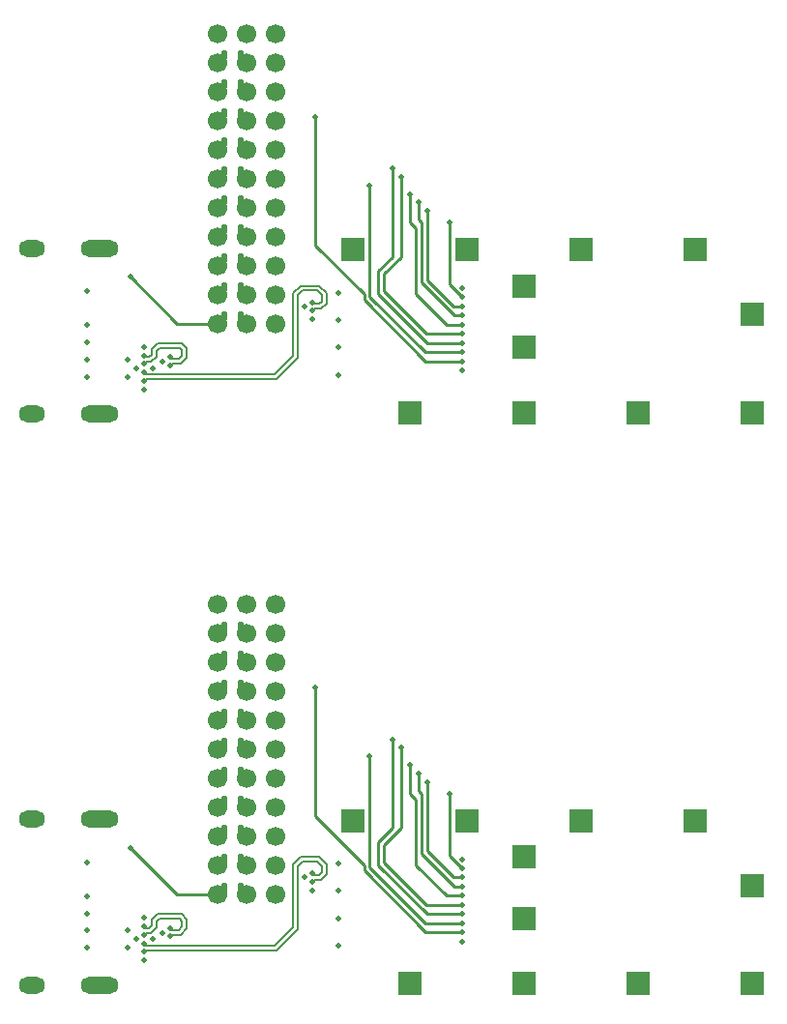
<source format=gbl>
%FSLAX46Y46*%
%MOMM*%
%ADD11C,0.205230*%
%ADD10C,0.250000*%
%AMPS12*
1,1,1.700000,0.000000,0.000000*
%
%ADD12PS12*%
%AMPS13*
1,1,1.700000,0.000000,0.000000*
%
%ADD13PS13*%
%AMPS17*
1,1,1.700000,0.000000,0.000000*
%
%ADD17PS17*%
%AMPS19*
1,1,0.500000,0.000000,0.000000*
%
%ADD19PS19*%
%AMPS15*
21,1,1.800000,1.500000,0.000000,0.000000,0.000000*
1,1,1.500000,0.900000,0.000000*
1,1,1.500000,-0.900000,0.000000*
%
%ADD15PS15*%
%AMPS16*
21,1,0.800000,1.500000,0.000000,0.000000,0.000000*
1,1,1.500000,0.400000,0.000000*
1,1,1.500000,-0.400000,0.000000*
%
%ADD16PS16*%
%AMPS14*
1,1,0.240000,0.130000,0.330000*
1,1,0.240000,-0.130000,-0.330000*
1,1,0.240000,0.130000,-0.330000*
21,1,0.500000,0.660000,0.000000,0.000000,180.000000*
21,1,0.260000,0.900000,0.000000,0.000000,180.000000*
1,1,0.240000,-0.130000,0.330000*
%
%ADD14PS14*%
%AMPS18*
21,1,2.000000,2.000000,0.000000,0.000000,180.000000*
%
%ADD18PS18*%
G01*
%LPD*%
G01*
%LPD*%
D10*
X38985000Y68062500D02*
X33590000Y73457500D01*
D11*
X17645785Y69038369D02*
X17645785Y68542089D01*
D11*
X28174589Y74253285D02*
X27794215Y73872911D01*
D10*
X21310000Y92297500D02*
X21310000Y92182500D01*
D10*
X38090000Y79707500D02*
X37590000Y80207500D01*
D10*
X22810000Y71977500D02*
X22810000Y71862500D01*
D10*
X42190000Y72062500D02*
X41485000Y72062500D01*
D10*
X35340000Y75707500D02*
X36840000Y77207500D01*
D10*
X42190000Y72862500D02*
X41390000Y72862500D01*
D11*
X14495785Y68003285D02*
X14934589Y68003285D01*
D10*
X40785000Y71262500D02*
X38090000Y73957500D01*
D10*
X22810000Y84562500D02*
X23330000Y84042500D01*
D11*
X30294215Y74042089D02*
X29674589Y74661715D01*
D11*
X29090000Y73212500D02*
X29235785Y73066715D01*
D10*
X22810000Y87217500D02*
X22810000Y87102500D01*
D10*
X38340000Y80457500D02*
X38340000Y81957500D01*
D11*
X18054215Y69207547D02*
X18054215Y68372911D01*
D10*
X22810000Y71862500D02*
X23330000Y71342500D01*
D10*
X34090000Y73707500D02*
X38935000Y68862500D01*
D10*
X21310000Y74517500D02*
X21310000Y74402500D01*
D11*
X14495785Y66911715D02*
X14350000Y67057500D01*
D10*
X21310000Y79482500D02*
X20790000Y78962500D01*
D10*
X33590000Y73457500D02*
X33590000Y73957500D01*
D11*
X29235785Y73066715D02*
X29660411Y73066715D01*
D11*
X27794215Y73872911D02*
X27794215Y68335443D01*
D10*
X13100000Y75457500D02*
X17215000Y71342500D01*
D10*
X38590000Y74957500D02*
X38590000Y80207500D01*
D10*
X22810000Y74402500D02*
X23330000Y73882500D01*
D11*
X27794215Y68335443D02*
X25962057Y66503285D01*
D11*
X29505411Y74253285D02*
X28174589Y74253285D01*
D10*
X41390000Y72862500D02*
X39090000Y75162500D01*
D11*
X15002818Y68649122D02*
X15002818Y69149122D01*
D10*
X21310000Y82022500D02*
X20790000Y81502500D01*
D10*
X21310000Y87217500D02*
X21310000Y87102500D01*
D11*
X29090000Y72512500D02*
X29235785Y72658285D01*
D10*
X35340000Y74207500D02*
X35340000Y75707500D01*
D10*
X21310000Y87102500D02*
X20790000Y86582500D01*
D10*
X21310000Y79597500D02*
X21310000Y79482500D01*
D10*
X21310000Y94722500D02*
X20790000Y94202500D01*
D10*
X38935000Y68862500D02*
X42190000Y68862500D01*
D10*
X22810000Y79597500D02*
X22810000Y79482500D01*
D10*
X39085000Y70462500D02*
X35340000Y74207500D01*
D11*
X15411248Y68979944D02*
X15684589Y69253285D01*
D10*
X22810000Y82137500D02*
X22810000Y82022500D01*
D10*
X38590000Y80207500D02*
X38340000Y80457500D01*
D10*
X33590000Y73957500D02*
X29340000Y78207500D01*
D11*
X18054215Y68372911D02*
X17539589Y67858285D01*
D10*
X21310000Y71862500D02*
X20790000Y71342500D01*
D10*
X41090000Y74762500D02*
X42190000Y73662500D01*
D10*
X21310000Y84562500D02*
X20790000Y84042500D01*
D10*
X36840000Y77207500D02*
X36840000Y84207500D01*
D10*
X34840000Y75957500D02*
X36090000Y77207500D01*
D10*
X21310000Y89757500D02*
X21310000Y89642500D01*
D11*
X29660411Y73066715D02*
X29885785Y73292089D01*
D10*
X22810000Y94837500D02*
X22810000Y94722500D01*
D10*
X22810000Y84677500D02*
X22810000Y84562500D01*
D10*
X21310000Y94837500D02*
X21310000Y94722500D01*
D11*
X17600047Y69661715D02*
X18054215Y69207547D01*
D11*
X15515411Y69661715D02*
X17600047Y69661715D01*
D11*
X27385785Y74042089D02*
X27385785Y68512651D01*
D11*
X14350000Y68557500D02*
X14495785Y68411715D01*
D11*
X29235785Y72658285D02*
X29829589Y72658285D01*
D10*
X42190000Y71262500D02*
X40785000Y71262500D01*
D10*
X17215000Y71342500D02*
X20790000Y71342500D01*
D10*
X21310000Y82137500D02*
X21310000Y82022500D01*
D10*
X22810000Y77057500D02*
X22810000Y76942500D01*
D10*
X34090000Y83457500D02*
X34090000Y73707500D01*
D10*
X21310000Y74402500D02*
X20790000Y73882500D01*
D11*
X15002818Y69149122D02*
X15515411Y69661715D01*
D11*
X27385785Y68512651D02*
X25784849Y66911715D01*
D11*
X16745785Y67858285D02*
X16600000Y67712500D01*
D11*
X14495785Y66503285D02*
X14350000Y66357500D01*
D10*
X21310000Y76942500D02*
X20790000Y76422500D01*
D11*
X14350000Y67857500D02*
X14495785Y68003285D01*
D11*
X14934589Y68003285D02*
X15411248Y68479944D01*
D10*
X39135000Y69662500D02*
X34840000Y73957500D01*
D11*
X29829589Y72658285D02*
X30294215Y73122911D01*
D10*
X22810000Y82022500D02*
X23330000Y81502500D01*
D10*
X21310000Y71977500D02*
X21310000Y71862500D01*
D11*
X16745785Y68266715D02*
X16600000Y68412500D01*
D10*
X36090000Y77207500D02*
X36090000Y84957500D01*
D10*
X38090000Y73957500D02*
X38090000Y79707500D01*
D10*
X21310000Y84677500D02*
X21310000Y84562500D01*
D10*
X21310000Y77057500D02*
X21310000Y76942500D01*
D11*
X29674589Y74661715D02*
X28005411Y74661715D01*
D10*
X21310000Y89642500D02*
X20790000Y89122500D01*
D11*
X15684589Y69253285D02*
X17430869Y69253285D01*
D10*
X22810000Y76942500D02*
X23330000Y76422500D01*
D11*
X14495785Y68411715D02*
X14765411Y68411715D01*
D10*
X29340000Y78207500D02*
X29340000Y89457500D01*
D11*
X29885785Y73292089D02*
X29885785Y73872911D01*
D11*
X14765411Y68411715D02*
X15002818Y68649122D01*
D11*
X29885785Y73872911D02*
X29505411Y74253285D01*
D11*
X28005411Y74661715D02*
X27385785Y74042089D01*
D11*
X17430869Y69253285D02*
X17645785Y69038369D01*
D10*
X21310000Y92182500D02*
X20790000Y91662500D01*
D11*
X30294215Y73122911D02*
X30294215Y74042089D01*
D10*
X42190000Y69662500D02*
X39135000Y69662500D01*
D10*
X42190000Y70462500D02*
X39085000Y70462500D01*
D10*
X22810000Y89757500D02*
X22810000Y89642500D01*
D10*
X41090000Y80207500D02*
X41090000Y74762500D01*
D11*
X15411248Y68479944D02*
X15411248Y68979944D01*
D11*
X17539589Y67858285D02*
X16745785Y67858285D01*
D11*
X17370411Y68266715D02*
X16745785Y68266715D01*
D10*
X22810000Y74517500D02*
X22810000Y74402500D01*
D11*
X17645785Y68542089D02*
X17370411Y68266715D01*
D10*
X42190000Y68062500D02*
X38985000Y68062500D01*
D10*
X41485000Y72062500D02*
X38590000Y74957500D01*
D10*
X39090000Y75162500D02*
X39090000Y81207500D01*
D10*
X22810000Y94722500D02*
X23330000Y94202500D01*
D10*
X22810000Y89642500D02*
X23330000Y89122500D01*
D11*
X25784849Y66911715D02*
X14495785Y66911715D01*
D11*
X25962057Y66503285D02*
X14495785Y66503285D01*
D10*
X37590000Y80207500D02*
X37590000Y82707500D01*
D10*
X22810000Y79482500D02*
X23330000Y78962500D01*
D10*
X22810000Y87102500D02*
X23330000Y86582500D01*
D10*
X34840000Y73957500D02*
X34840000Y75957500D01*
D10*
X22810000Y92182500D02*
X23330000Y91662500D01*
D10*
X22810000Y92297500D02*
X22810000Y92182500D01*
D10*
X38985000Y18062500D02*
X33590000Y23457500D01*
D11*
X17645785Y19038369D02*
X17645785Y18542089D01*
D11*
X28174589Y24253285D02*
X27794215Y23872911D01*
D10*
X21310000Y42297500D02*
X21310000Y42182500D01*
D10*
X38090000Y29707500D02*
X37590000Y30207500D01*
D10*
X22810000Y21977500D02*
X22810000Y21862500D01*
D10*
X42190000Y22062500D02*
X41485000Y22062500D01*
D10*
X35340000Y25707500D02*
X36840000Y27207500D01*
D10*
X42190000Y22862500D02*
X41390000Y22862500D01*
D11*
X14495785Y18003285D02*
X14934589Y18003285D01*
D10*
X40785000Y21262500D02*
X38090000Y23957500D01*
D10*
X22810000Y34562500D02*
X23330000Y34042500D01*
D11*
X30294215Y24042089D02*
X29674589Y24661715D01*
D11*
X29090000Y23212500D02*
X29235785Y23066715D01*
D10*
X22810000Y37217500D02*
X22810000Y37102500D01*
D10*
X38340000Y30457500D02*
X38340000Y31957500D01*
D11*
X18054215Y19207547D02*
X18054215Y18372911D01*
D10*
X22810000Y21862500D02*
X23330000Y21342500D01*
D10*
X34090000Y23707500D02*
X38935000Y18862500D01*
D10*
X21310000Y24517500D02*
X21310000Y24402500D01*
D11*
X14495785Y16911715D02*
X14350000Y17057500D01*
D10*
X21310000Y29482500D02*
X20790000Y28962500D01*
D10*
X33590000Y23457500D02*
X33590000Y23957500D01*
D11*
X29235785Y23066715D02*
X29660411Y23066715D01*
D11*
X27794215Y23872911D02*
X27794215Y18335443D01*
D10*
X13100000Y25457500D02*
X17215000Y21342500D01*
D10*
X38590000Y24957500D02*
X38590000Y30207500D01*
D10*
X22810000Y24402500D02*
X23330000Y23882500D01*
D11*
X27794215Y18335443D02*
X25962057Y16503285D01*
D11*
X29505411Y24253285D02*
X28174589Y24253285D01*
D10*
X41390000Y22862500D02*
X39090000Y25162500D01*
D11*
X15002818Y18649122D02*
X15002818Y19149122D01*
D10*
X21310000Y32022500D02*
X20790000Y31502500D01*
D10*
X21310000Y37217500D02*
X21310000Y37102500D01*
D11*
X29090000Y22512500D02*
X29235785Y22658285D01*
D10*
X35340000Y24207500D02*
X35340000Y25707500D01*
D10*
X21310000Y37102500D02*
X20790000Y36582500D01*
D10*
X21310000Y29597500D02*
X21310000Y29482500D01*
D10*
X21310000Y44722500D02*
X20790000Y44202500D01*
D10*
X38935000Y18862500D02*
X42190000Y18862500D01*
D10*
X22810000Y29597500D02*
X22810000Y29482500D01*
D10*
X39085000Y20462500D02*
X35340000Y24207500D01*
D11*
X15411248Y18979944D02*
X15684589Y19253285D01*
D10*
X22810000Y32137500D02*
X22810000Y32022500D01*
D10*
X38590000Y30207500D02*
X38340000Y30457500D01*
D10*
X33590000Y23957500D02*
X29340000Y28207500D01*
D11*
X18054215Y18372911D02*
X17539589Y17858285D01*
D10*
X21310000Y21862500D02*
X20790000Y21342500D01*
D10*
X41090000Y24762500D02*
X42190000Y23662500D01*
D10*
X21310000Y34562500D02*
X20790000Y34042500D01*
D10*
X36840000Y27207500D02*
X36840000Y34207500D01*
D10*
X34840000Y25957500D02*
X36090000Y27207500D01*
D10*
X21310000Y39757500D02*
X21310000Y39642500D01*
D11*
X29660411Y23066715D02*
X29885785Y23292089D01*
D10*
X22810000Y44837500D02*
X22810000Y44722500D01*
D10*
X22810000Y34677500D02*
X22810000Y34562500D01*
D10*
X21310000Y44837500D02*
X21310000Y44722500D01*
D11*
X17600047Y19661715D02*
X18054215Y19207547D01*
D11*
X15515411Y19661715D02*
X17600047Y19661715D01*
D11*
X27385785Y24042089D02*
X27385785Y18512651D01*
D11*
X14350000Y18557500D02*
X14495785Y18411715D01*
D11*
X29235785Y22658285D02*
X29829589Y22658285D01*
D10*
X42190000Y21262500D02*
X40785000Y21262500D01*
D10*
X17215000Y21342500D02*
X20790000Y21342500D01*
D10*
X21310000Y32137500D02*
X21310000Y32022500D01*
D10*
X22810000Y27057500D02*
X22810000Y26942500D01*
D10*
X34090000Y33457500D02*
X34090000Y23707500D01*
D10*
X21310000Y24402500D02*
X20790000Y23882500D01*
D11*
X15002818Y19149122D02*
X15515411Y19661715D01*
D11*
X27385785Y18512651D02*
X25784849Y16911715D01*
D11*
X16745785Y17858285D02*
X16600000Y17712500D01*
D11*
X14495785Y16503285D02*
X14350000Y16357500D01*
D10*
X21310000Y26942500D02*
X20790000Y26422500D01*
D11*
X14350000Y17857500D02*
X14495785Y18003285D01*
D11*
X14934589Y18003285D02*
X15411248Y18479944D01*
D10*
X39135000Y19662500D02*
X34840000Y23957500D01*
D11*
X29829589Y22658285D02*
X30294215Y23122911D01*
D10*
X22810000Y32022500D02*
X23330000Y31502500D01*
D10*
X21310000Y21977500D02*
X21310000Y21862500D01*
D11*
X16745785Y18266715D02*
X16600000Y18412500D01*
D10*
X36090000Y27207500D02*
X36090000Y34957500D01*
D10*
X38090000Y23957500D02*
X38090000Y29707500D01*
D10*
X21310000Y34677500D02*
X21310000Y34562500D01*
D10*
X21310000Y27057500D02*
X21310000Y26942500D01*
D11*
X29674589Y24661715D02*
X28005411Y24661715D01*
D10*
X21310000Y39642500D02*
X20790000Y39122500D01*
D11*
X15684589Y19253285D02*
X17430869Y19253285D01*
D10*
X22810000Y26942500D02*
X23330000Y26422500D01*
D11*
X14495785Y18411715D02*
X14765411Y18411715D01*
D10*
X29340000Y28207500D02*
X29340000Y39457500D01*
D11*
X29885785Y23292089D02*
X29885785Y23872911D01*
D11*
X14765411Y18411715D02*
X15002818Y18649122D01*
D11*
X29885785Y23872911D02*
X29505411Y24253285D01*
D11*
X28005411Y24661715D02*
X27385785Y24042089D01*
D11*
X17430869Y19253285D02*
X17645785Y19038369D01*
D10*
X21310000Y42182500D02*
X20790000Y41662500D01*
D11*
X30294215Y23122911D02*
X30294215Y24042089D01*
D10*
X42190000Y19662500D02*
X39135000Y19662500D01*
D10*
X42190000Y20462500D02*
X39085000Y20462500D01*
D10*
X22810000Y39757500D02*
X22810000Y39642500D01*
D10*
X41090000Y30207500D02*
X41090000Y24762500D01*
D11*
X15411248Y18479944D02*
X15411248Y18979944D01*
D11*
X17539589Y17858285D02*
X16745785Y17858285D01*
D11*
X17370411Y18266715D02*
X16745785Y18266715D01*
D10*
X22810000Y24517500D02*
X22810000Y24402500D01*
D11*
X17645785Y18542089D02*
X17370411Y18266715D01*
D10*
X42190000Y18062500D02*
X38985000Y18062500D01*
D10*
X41485000Y22062500D02*
X38590000Y24957500D01*
D10*
X39090000Y25162500D02*
X39090000Y31207500D01*
D10*
X22810000Y44722500D02*
X23330000Y44202500D01*
D10*
X22810000Y39642500D02*
X23330000Y39122500D01*
D11*
X25784849Y16911715D02*
X14495785Y16911715D01*
D11*
X25962057Y16503285D02*
X14495785Y16503285D01*
D10*
X37590000Y30207500D02*
X37590000Y32707500D01*
D10*
X22810000Y29482500D02*
X23330000Y28962500D01*
D10*
X22810000Y37102500D02*
X23330000Y36582500D01*
D10*
X34840000Y23957500D02*
X34840000Y25957500D01*
D10*
X22810000Y42182500D02*
X23330000Y41662500D01*
D10*
X22810000Y42297500D02*
X22810000Y42182500D01*
G75*
D12*
X25870000Y94202500D03*
D13*
X20790000Y73882500D03*
D13*
X23330000Y73882500D03*
D12*
X25870000Y84042500D03*
D14*
X21310000Y77057500D03*
D14*
X22810000Y77057500D03*
D14*
X21310000Y94837500D03*
D14*
X22810000Y94837500D03*
D14*
X21310000Y82137500D03*
D14*
X22810000Y82137500D03*
D12*
X25870000Y76422500D03*
D13*
X20790000Y81502500D03*
D13*
X23330000Y81502500D03*
D13*
X20790000Y84042500D03*
D13*
X23330000Y84042500D03*
D13*
X20790000Y71342500D03*
D13*
X23330000Y71342500D03*
D15*
X10460000Y63457500D03*
D15*
X10460000Y77957500D03*
D16*
X4500000Y77957500D03*
D16*
X4500000Y63457500D03*
D14*
X21310000Y92297500D03*
D14*
X22810000Y92297500D03*
D13*
X20790000Y76422500D03*
D13*
X23330000Y76422500D03*
D12*
X25870000Y89122500D03*
D17*
X25870000Y96742500D03*
D17*
X23330000Y96742500D03*
D17*
X20790000Y96742500D03*
D14*
X21310000Y89757500D03*
D14*
X22810000Y89757500D03*
D12*
X25870000Y73882500D03*
D14*
X21310000Y71977500D03*
D14*
X22810000Y71977500D03*
D12*
X25870000Y78962500D03*
D12*
X25870000Y71342500D03*
D12*
X25870000Y81502500D03*
D14*
X21310000Y79597500D03*
D14*
X22810000Y79597500D03*
D13*
X20790000Y91662500D03*
D13*
X23330000Y91662500D03*
D13*
X20790000Y94202500D03*
D13*
X23330000Y94202500D03*
D14*
X21310000Y87217500D03*
D14*
X22810000Y87217500D03*
D14*
X21310000Y84677500D03*
D14*
X22810000Y84677500D03*
D13*
X20790000Y86582500D03*
D13*
X23330000Y86582500D03*
D13*
X20790000Y89122500D03*
D13*
X23330000Y89122500D03*
D12*
X25870000Y86582500D03*
D14*
X21310000Y74517500D03*
D14*
X22810000Y74517500D03*
D13*
X20790000Y78962500D03*
D13*
X23330000Y78962500D03*
D18*
X52590000Y77832500D03*
D18*
X62590000Y77832500D03*
D18*
X37590000Y63582500D03*
D18*
X47590000Y74662500D03*
D18*
X42590000Y77832500D03*
D18*
X47590000Y63582500D03*
D18*
X47590000Y69262500D03*
D18*
X67590000Y72162500D03*
D18*
X32590000Y77832500D03*
D18*
X57590000Y63582500D03*
D18*
X67590000Y63582500D03*
D12*
X25870000Y91662500D03*
D19*
X42190000Y68062500D03*
D19*
X16600000Y67712500D03*
D19*
X42190000Y67262500D03*
D19*
X9350000Y71207500D03*
D19*
X42190000Y70462500D03*
D19*
X34090000Y83457500D03*
D19*
X14350000Y66357500D03*
D19*
X12850000Y66707500D03*
D19*
X14350000Y67057500D03*
D19*
X42190000Y69662500D03*
D19*
X12850000Y68207500D03*
D19*
X42190000Y74462500D03*
D19*
X31340000Y71682500D03*
D19*
X15950000Y68032500D03*
D19*
X29090000Y73212500D03*
D19*
X29090000Y72512500D03*
D19*
X42190000Y68862500D03*
D19*
X36840000Y84207500D03*
D19*
X14350000Y69307500D03*
D19*
X42190000Y71262500D03*
D19*
X41090000Y80207500D03*
D19*
X14350000Y65607500D03*
D19*
X36090000Y84957500D03*
D19*
X29340000Y89457500D03*
D19*
X42190000Y72862500D03*
D19*
X28415000Y72882500D03*
D19*
X31340000Y69257500D03*
D19*
X9350000Y68207500D03*
D19*
X15100000Y67457500D03*
D19*
X42190000Y72062500D03*
D19*
X42190000Y73662500D03*
D19*
X31340000Y66882500D03*
D19*
X9350000Y66707500D03*
D19*
X9350000Y69707500D03*
D19*
X9350000Y74207500D03*
D19*
X38340000Y81957500D03*
D19*
X39090000Y81207500D03*
D19*
X14350000Y68557500D03*
D19*
X37590000Y82707500D03*
D19*
X13625000Y67457500D03*
D19*
X29090000Y71757500D03*
D19*
X14350000Y67857500D03*
D19*
X16600000Y68412500D03*
D19*
X13100000Y75457500D03*
D19*
X31340000Y74057500D03*
D12*
X25870000Y44202500D03*
D13*
X20790000Y23882500D03*
D13*
X23330000Y23882500D03*
D12*
X25870000Y34042500D03*
D14*
X21310000Y27057500D03*
D14*
X22810000Y27057500D03*
D14*
X21310000Y44837500D03*
D14*
X22810000Y44837500D03*
D14*
X21310000Y32137500D03*
D14*
X22810000Y32137500D03*
D12*
X25870000Y26422500D03*
D13*
X20790000Y31502500D03*
D13*
X23330000Y31502500D03*
D13*
X20790000Y34042500D03*
D13*
X23330000Y34042500D03*
D13*
X20790000Y21342500D03*
D13*
X23330000Y21342500D03*
D15*
X10460000Y13457500D03*
D15*
X10460000Y27957500D03*
D16*
X4500000Y27957500D03*
D16*
X4500000Y13457500D03*
D14*
X21310000Y42297500D03*
D14*
X22810000Y42297500D03*
D13*
X20790000Y26422500D03*
D13*
X23330000Y26422500D03*
D12*
X25870000Y39122500D03*
D17*
X25870000Y46742500D03*
D17*
X23330000Y46742500D03*
D17*
X20790000Y46742500D03*
D14*
X21310000Y39757500D03*
D14*
X22810000Y39757500D03*
D12*
X25870000Y23882500D03*
D14*
X21310000Y21977500D03*
D14*
X22810000Y21977500D03*
D12*
X25870000Y28962500D03*
D12*
X25870000Y21342500D03*
D12*
X25870000Y31502500D03*
D14*
X21310000Y29597500D03*
D14*
X22810000Y29597500D03*
D13*
X20790000Y41662500D03*
D13*
X23330000Y41662500D03*
D13*
X20790000Y44202500D03*
D13*
X23330000Y44202500D03*
D14*
X21310000Y37217500D03*
D14*
X22810000Y37217500D03*
D14*
X21310000Y34677500D03*
D14*
X22810000Y34677500D03*
D13*
X20790000Y36582500D03*
D13*
X23330000Y36582500D03*
D13*
X20790000Y39122500D03*
D13*
X23330000Y39122500D03*
D12*
X25870000Y36582500D03*
D14*
X21310000Y24517500D03*
D14*
X22810000Y24517500D03*
D13*
X20790000Y28962500D03*
D13*
X23330000Y28962500D03*
D18*
X52590000Y27832500D03*
D18*
X62590000Y27832500D03*
D18*
X37590000Y13582500D03*
D18*
X47590000Y24662500D03*
D18*
X42590000Y27832500D03*
D18*
X47590000Y13582500D03*
D18*
X47590000Y19262500D03*
D18*
X67590000Y22162500D03*
D18*
X32590000Y27832500D03*
D18*
X57590000Y13582500D03*
D18*
X67590000Y13582500D03*
D12*
X25870000Y41662500D03*
D19*
X42190000Y18062500D03*
D19*
X16600000Y17712500D03*
D19*
X42190000Y17262500D03*
D19*
X9350000Y21207500D03*
D19*
X42190000Y20462500D03*
D19*
X34090000Y33457500D03*
D19*
X14350000Y16357500D03*
D19*
X12850000Y16707500D03*
D19*
X14350000Y17057500D03*
D19*
X42190000Y19662500D03*
D19*
X12850000Y18207500D03*
D19*
X42190000Y24462500D03*
D19*
X31340000Y21682500D03*
D19*
X15950000Y18032500D03*
D19*
X29090000Y23212500D03*
D19*
X29090000Y22512500D03*
D19*
X42190000Y18862500D03*
D19*
X36840000Y34207500D03*
D19*
X14350000Y19307500D03*
D19*
X42190000Y21262500D03*
D19*
X41090000Y30207500D03*
D19*
X14350000Y15607500D03*
D19*
X36090000Y34957500D03*
D19*
X29340000Y39457500D03*
D19*
X42190000Y22862500D03*
D19*
X28415000Y22882500D03*
D19*
X31340000Y19257500D03*
D19*
X9350000Y18207500D03*
D19*
X15100000Y17457500D03*
D19*
X42190000Y22062500D03*
D19*
X42190000Y23662500D03*
D19*
X31340000Y16882500D03*
D19*
X9350000Y16707500D03*
D19*
X9350000Y19707500D03*
D19*
X9350000Y24207500D03*
D19*
X38340000Y31957500D03*
D19*
X39090000Y31207500D03*
D19*
X14350000Y18557500D03*
D19*
X37590000Y32707500D03*
D19*
X13625000Y17457500D03*
D19*
X29090000Y21757500D03*
D19*
X14350000Y17857500D03*
D19*
X16600000Y18412500D03*
D19*
X13100000Y25457500D03*
D19*
X31340000Y24057500D03*
M02*

</source>
